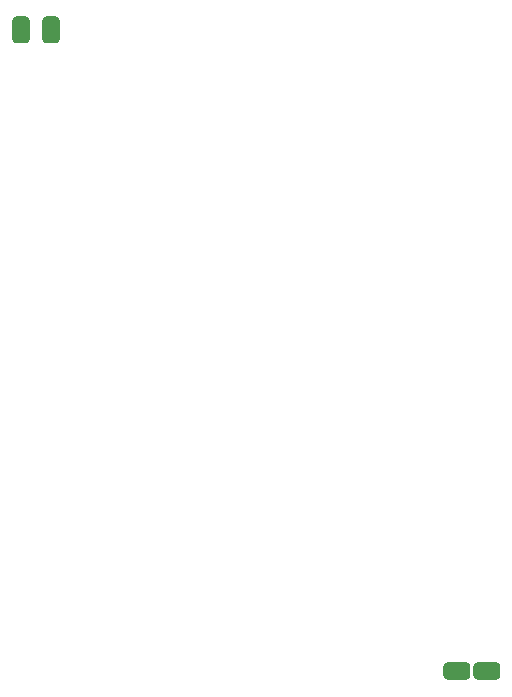
<source format=gbr>
%TF.GenerationSoftware,KiCad,Pcbnew,7.0.9+dfsg-1*%
%TF.CreationDate,2023-12-14T21:32:30+07:00*%
%TF.ProjectId,wifi,77696669-2e6b-4696-9361-645f70636258,rev?*%
%TF.SameCoordinates,Original*%
%TF.FileFunction,Paste,Bot*%
%TF.FilePolarity,Positive*%
%FSLAX46Y46*%
G04 Gerber Fmt 4.6, Leading zero omitted, Abs format (unit mm)*
G04 Created by KiCad (PCBNEW 7.0.9+dfsg-1) date 2023-12-14 21:32:30*
%MOMM*%
%LPD*%
G01*
G04 APERTURE LIST*
G04 Aperture macros list*
%AMRoundRect*
0 Rectangle with rounded corners*
0 $1 Rounding radius*
0 $2 $3 $4 $5 $6 $7 $8 $9 X,Y pos of 4 corners*
0 Add a 4 corners polygon primitive as box body*
4,1,4,$2,$3,$4,$5,$6,$7,$8,$9,$2,$3,0*
0 Add four circle primitives for the rounded corners*
1,1,$1+$1,$2,$3*
1,1,$1+$1,$4,$5*
1,1,$1+$1,$6,$7*
1,1,$1+$1,$8,$9*
0 Add four rect primitives between the rounded corners*
20,1,$1+$1,$2,$3,$4,$5,0*
20,1,$1+$1,$4,$5,$6,$7,0*
20,1,$1+$1,$6,$7,$8,$9,0*
20,1,$1+$1,$8,$9,$2,$3,0*%
G04 Aperture macros list end*
%ADD10RoundRect,0.381000X0.762000X0.381000X-0.762000X0.381000X-0.762000X-0.381000X0.762000X-0.381000X0*%
%ADD11RoundRect,0.381000X0.381000X-0.762000X0.381000X0.762000X-0.381000X0.762000X-0.381000X-0.762000X0*%
G04 APERTURE END LIST*
D10*
%TO.C,5V IN*%
X176500000Y-134350000D03*
X173960000Y-134350000D03*
%TD*%
D11*
%TO.C,S1*%
X139640000Y-80010000D03*
X137100000Y-80010000D03*
%TD*%
M02*

</source>
